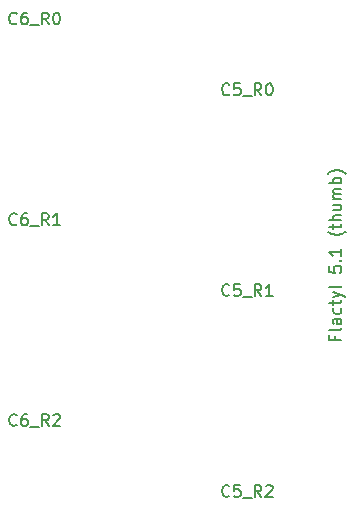
<source format=gbr>
%TF.GenerationSoftware,KiCad,Pcbnew,7.0.6-0*%
%TF.CreationDate,2023-08-01T13:24:21+08:00*%
%TF.ProjectId,thumb,7468756d-622e-46b6-9963-61645f706362,v1.0.0*%
%TF.SameCoordinates,Original*%
%TF.FileFunction,Legend,Top*%
%TF.FilePolarity,Positive*%
%FSLAX46Y46*%
G04 Gerber Fmt 4.6, Leading zero omitted, Abs format (unit mm)*
G04 Created by KiCad (PCBNEW 7.0.6-0) date 2023-08-01 13:24:21*
%MOMM*%
%LPD*%
G01*
G04 APERTURE LIST*
%ADD10C,0.150000*%
G04 APERTURE END LIST*
D10*
X25431009Y10142855D02*
X25431009Y9809522D01*
X25954819Y9809522D02*
X24954819Y9809522D01*
X24954819Y9809522D02*
X24954819Y10285712D01*
X25954819Y10809522D02*
X25907200Y10714284D01*
X25907200Y10714284D02*
X25811961Y10666665D01*
X25811961Y10666665D02*
X24954819Y10666665D01*
X25954819Y11619046D02*
X25431009Y11619046D01*
X25431009Y11619046D02*
X25335771Y11571427D01*
X25335771Y11571427D02*
X25288152Y11476189D01*
X25288152Y11476189D02*
X25288152Y11285713D01*
X25288152Y11285713D02*
X25335771Y11190475D01*
X25907200Y11619046D02*
X25954819Y11523808D01*
X25954819Y11523808D02*
X25954819Y11285713D01*
X25954819Y11285713D02*
X25907200Y11190475D01*
X25907200Y11190475D02*
X25811961Y11142856D01*
X25811961Y11142856D02*
X25716723Y11142856D01*
X25716723Y11142856D02*
X25621485Y11190475D01*
X25621485Y11190475D02*
X25573866Y11285713D01*
X25573866Y11285713D02*
X25573866Y11523808D01*
X25573866Y11523808D02*
X25526247Y11619046D01*
X25907200Y12523808D02*
X25954819Y12428570D01*
X25954819Y12428570D02*
X25954819Y12238094D01*
X25954819Y12238094D02*
X25907200Y12142856D01*
X25907200Y12142856D02*
X25859580Y12095237D01*
X25859580Y12095237D02*
X25764342Y12047618D01*
X25764342Y12047618D02*
X25478628Y12047618D01*
X25478628Y12047618D02*
X25383390Y12095237D01*
X25383390Y12095237D02*
X25335771Y12142856D01*
X25335771Y12142856D02*
X25288152Y12238094D01*
X25288152Y12238094D02*
X25288152Y12428570D01*
X25288152Y12428570D02*
X25335771Y12523808D01*
X25288152Y12809523D02*
X25288152Y13190475D01*
X24954819Y12952380D02*
X25811961Y12952380D01*
X25811961Y12952380D02*
X25907200Y12999999D01*
X25907200Y12999999D02*
X25954819Y13095237D01*
X25954819Y13095237D02*
X25954819Y13190475D01*
X25288152Y13428571D02*
X25954819Y13666666D01*
X25288152Y13904761D02*
X25954819Y13666666D01*
X25954819Y13666666D02*
X26192914Y13571428D01*
X26192914Y13571428D02*
X26240533Y13523809D01*
X26240533Y13523809D02*
X26288152Y13428571D01*
X25954819Y14428571D02*
X25907200Y14333333D01*
X25907200Y14333333D02*
X25811961Y14285714D01*
X25811961Y14285714D02*
X24954819Y14285714D01*
X24954819Y16047619D02*
X24954819Y15571429D01*
X24954819Y15571429D02*
X25431009Y15523810D01*
X25431009Y15523810D02*
X25383390Y15571429D01*
X25383390Y15571429D02*
X25335771Y15666667D01*
X25335771Y15666667D02*
X25335771Y15904762D01*
X25335771Y15904762D02*
X25383390Y16000000D01*
X25383390Y16000000D02*
X25431009Y16047619D01*
X25431009Y16047619D02*
X25526247Y16095238D01*
X25526247Y16095238D02*
X25764342Y16095238D01*
X25764342Y16095238D02*
X25859580Y16047619D01*
X25859580Y16047619D02*
X25907200Y16000000D01*
X25907200Y16000000D02*
X25954819Y15904762D01*
X25954819Y15904762D02*
X25954819Y15666667D01*
X25954819Y15666667D02*
X25907200Y15571429D01*
X25907200Y15571429D02*
X25859580Y15523810D01*
X25859580Y16523810D02*
X25907200Y16571429D01*
X25907200Y16571429D02*
X25954819Y16523810D01*
X25954819Y16523810D02*
X25907200Y16476191D01*
X25907200Y16476191D02*
X25859580Y16523810D01*
X25859580Y16523810D02*
X25954819Y16523810D01*
X25954819Y17523809D02*
X25954819Y16952381D01*
X25954819Y17238095D02*
X24954819Y17238095D01*
X24954819Y17238095D02*
X25097676Y17142857D01*
X25097676Y17142857D02*
X25192914Y17047619D01*
X25192914Y17047619D02*
X25240533Y16952381D01*
X26335771Y19000000D02*
X26288152Y18952381D01*
X26288152Y18952381D02*
X26145295Y18857143D01*
X26145295Y18857143D02*
X26050057Y18809524D01*
X26050057Y18809524D02*
X25907200Y18761905D01*
X25907200Y18761905D02*
X25669104Y18714286D01*
X25669104Y18714286D02*
X25478628Y18714286D01*
X25478628Y18714286D02*
X25240533Y18761905D01*
X25240533Y18761905D02*
X25097676Y18809524D01*
X25097676Y18809524D02*
X25002438Y18857143D01*
X25002438Y18857143D02*
X24859580Y18952381D01*
X24859580Y18952381D02*
X24811961Y19000000D01*
X25288152Y19238096D02*
X25288152Y19619048D01*
X24954819Y19380953D02*
X25811961Y19380953D01*
X25811961Y19380953D02*
X25907200Y19428572D01*
X25907200Y19428572D02*
X25954819Y19523810D01*
X25954819Y19523810D02*
X25954819Y19619048D01*
X25954819Y19952382D02*
X24954819Y19952382D01*
X25954819Y20380953D02*
X25431009Y20380953D01*
X25431009Y20380953D02*
X25335771Y20333334D01*
X25335771Y20333334D02*
X25288152Y20238096D01*
X25288152Y20238096D02*
X25288152Y20095239D01*
X25288152Y20095239D02*
X25335771Y20000001D01*
X25335771Y20000001D02*
X25383390Y19952382D01*
X25288152Y21285715D02*
X25954819Y21285715D01*
X25288152Y20857144D02*
X25811961Y20857144D01*
X25811961Y20857144D02*
X25907200Y20904763D01*
X25907200Y20904763D02*
X25954819Y21000001D01*
X25954819Y21000001D02*
X25954819Y21142858D01*
X25954819Y21142858D02*
X25907200Y21238096D01*
X25907200Y21238096D02*
X25859580Y21285715D01*
X25954819Y21761906D02*
X25288152Y21761906D01*
X25383390Y21761906D02*
X25335771Y21809525D01*
X25335771Y21809525D02*
X25288152Y21904763D01*
X25288152Y21904763D02*
X25288152Y22047620D01*
X25288152Y22047620D02*
X25335771Y22142858D01*
X25335771Y22142858D02*
X25431009Y22190477D01*
X25431009Y22190477D02*
X25954819Y22190477D01*
X25431009Y22190477D02*
X25335771Y22238096D01*
X25335771Y22238096D02*
X25288152Y22333334D01*
X25288152Y22333334D02*
X25288152Y22476191D01*
X25288152Y22476191D02*
X25335771Y22571430D01*
X25335771Y22571430D02*
X25431009Y22619049D01*
X25431009Y22619049D02*
X25954819Y22619049D01*
X25954819Y23095239D02*
X24954819Y23095239D01*
X25335771Y23095239D02*
X25288152Y23190477D01*
X25288152Y23190477D02*
X25288152Y23380953D01*
X25288152Y23380953D02*
X25335771Y23476191D01*
X25335771Y23476191D02*
X25383390Y23523810D01*
X25383390Y23523810D02*
X25478628Y23571429D01*
X25478628Y23571429D02*
X25764342Y23571429D01*
X25764342Y23571429D02*
X25859580Y23523810D01*
X25859580Y23523810D02*
X25907200Y23476191D01*
X25907200Y23476191D02*
X25954819Y23380953D01*
X25954819Y23380953D02*
X25954819Y23190477D01*
X25954819Y23190477D02*
X25907200Y23095239D01*
X26335771Y23904763D02*
X26288152Y23952382D01*
X26288152Y23952382D02*
X26145295Y24047620D01*
X26145295Y24047620D02*
X26050057Y24095239D01*
X26050057Y24095239D02*
X25907200Y24142858D01*
X25907200Y24142858D02*
X25669104Y24190477D01*
X25669104Y24190477D02*
X25478628Y24190477D01*
X25478628Y24190477D02*
X25240533Y24142858D01*
X25240533Y24142858D02*
X25097676Y24095239D01*
X25097676Y24095239D02*
X25002438Y24047620D01*
X25002438Y24047620D02*
X24859580Y23952382D01*
X24859580Y23952382D02*
X24811961Y23904763D01*
X16476190Y30640419D02*
X16428571Y30592800D01*
X16428571Y30592800D02*
X16285714Y30545180D01*
X16285714Y30545180D02*
X16190476Y30545180D01*
X16190476Y30545180D02*
X16047619Y30592800D01*
X16047619Y30592800D02*
X15952381Y30688038D01*
X15952381Y30688038D02*
X15904762Y30783276D01*
X15904762Y30783276D02*
X15857143Y30973752D01*
X15857143Y30973752D02*
X15857143Y31116609D01*
X15857143Y31116609D02*
X15904762Y31307085D01*
X15904762Y31307085D02*
X15952381Y31402323D01*
X15952381Y31402323D02*
X16047619Y31497561D01*
X16047619Y31497561D02*
X16190476Y31545180D01*
X16190476Y31545180D02*
X16285714Y31545180D01*
X16285714Y31545180D02*
X16428571Y31497561D01*
X16428571Y31497561D02*
X16476190Y31449942D01*
X17380952Y31545180D02*
X16904762Y31545180D01*
X16904762Y31545180D02*
X16857143Y31068990D01*
X16857143Y31068990D02*
X16904762Y31116609D01*
X16904762Y31116609D02*
X17000000Y31164228D01*
X17000000Y31164228D02*
X17238095Y31164228D01*
X17238095Y31164228D02*
X17333333Y31116609D01*
X17333333Y31116609D02*
X17380952Y31068990D01*
X17380952Y31068990D02*
X17428571Y30973752D01*
X17428571Y30973752D02*
X17428571Y30735657D01*
X17428571Y30735657D02*
X17380952Y30640419D01*
X17380952Y30640419D02*
X17333333Y30592800D01*
X17333333Y30592800D02*
X17238095Y30545180D01*
X17238095Y30545180D02*
X17000000Y30545180D01*
X17000000Y30545180D02*
X16904762Y30592800D01*
X16904762Y30592800D02*
X16857143Y30640419D01*
X17619048Y30449942D02*
X18380952Y30449942D01*
X19190476Y30545180D02*
X18857143Y31021371D01*
X18619048Y30545180D02*
X18619048Y31545180D01*
X18619048Y31545180D02*
X19000000Y31545180D01*
X19000000Y31545180D02*
X19095238Y31497561D01*
X19095238Y31497561D02*
X19142857Y31449942D01*
X19142857Y31449942D02*
X19190476Y31354704D01*
X19190476Y31354704D02*
X19190476Y31211847D01*
X19190476Y31211847D02*
X19142857Y31116609D01*
X19142857Y31116609D02*
X19095238Y31068990D01*
X19095238Y31068990D02*
X19000000Y31021371D01*
X19000000Y31021371D02*
X18619048Y31021371D01*
X19809524Y31545180D02*
X19904762Y31545180D01*
X19904762Y31545180D02*
X20000000Y31497561D01*
X20000000Y31497561D02*
X20047619Y31449942D01*
X20047619Y31449942D02*
X20095238Y31354704D01*
X20095238Y31354704D02*
X20142857Y31164228D01*
X20142857Y31164228D02*
X20142857Y30926133D01*
X20142857Y30926133D02*
X20095238Y30735657D01*
X20095238Y30735657D02*
X20047619Y30640419D01*
X20047619Y30640419D02*
X20000000Y30592800D01*
X20000000Y30592800D02*
X19904762Y30545180D01*
X19904762Y30545180D02*
X19809524Y30545180D01*
X19809524Y30545180D02*
X19714286Y30592800D01*
X19714286Y30592800D02*
X19666667Y30640419D01*
X19666667Y30640419D02*
X19619048Y30735657D01*
X19619048Y30735657D02*
X19571429Y30926133D01*
X19571429Y30926133D02*
X19571429Y31164228D01*
X19571429Y31164228D02*
X19619048Y31354704D01*
X19619048Y31354704D02*
X19666667Y31449942D01*
X19666667Y31449942D02*
X19714286Y31497561D01*
X19714286Y31497561D02*
X19809524Y31545180D01*
X16476190Y13640419D02*
X16428571Y13592800D01*
X16428571Y13592800D02*
X16285714Y13545180D01*
X16285714Y13545180D02*
X16190476Y13545180D01*
X16190476Y13545180D02*
X16047619Y13592800D01*
X16047619Y13592800D02*
X15952381Y13688038D01*
X15952381Y13688038D02*
X15904762Y13783276D01*
X15904762Y13783276D02*
X15857143Y13973752D01*
X15857143Y13973752D02*
X15857143Y14116609D01*
X15857143Y14116609D02*
X15904762Y14307085D01*
X15904762Y14307085D02*
X15952381Y14402323D01*
X15952381Y14402323D02*
X16047619Y14497561D01*
X16047619Y14497561D02*
X16190476Y14545180D01*
X16190476Y14545180D02*
X16285714Y14545180D01*
X16285714Y14545180D02*
X16428571Y14497561D01*
X16428571Y14497561D02*
X16476190Y14449942D01*
X17380952Y14545180D02*
X16904762Y14545180D01*
X16904762Y14545180D02*
X16857143Y14068990D01*
X16857143Y14068990D02*
X16904762Y14116609D01*
X16904762Y14116609D02*
X17000000Y14164228D01*
X17000000Y14164228D02*
X17238095Y14164228D01*
X17238095Y14164228D02*
X17333333Y14116609D01*
X17333333Y14116609D02*
X17380952Y14068990D01*
X17380952Y14068990D02*
X17428571Y13973752D01*
X17428571Y13973752D02*
X17428571Y13735657D01*
X17428571Y13735657D02*
X17380952Y13640419D01*
X17380952Y13640419D02*
X17333333Y13592800D01*
X17333333Y13592800D02*
X17238095Y13545180D01*
X17238095Y13545180D02*
X17000000Y13545180D01*
X17000000Y13545180D02*
X16904762Y13592800D01*
X16904762Y13592800D02*
X16857143Y13640419D01*
X17619048Y13449942D02*
X18380952Y13449942D01*
X19190476Y13545180D02*
X18857143Y14021371D01*
X18619048Y13545180D02*
X18619048Y14545180D01*
X18619048Y14545180D02*
X19000000Y14545180D01*
X19000000Y14545180D02*
X19095238Y14497561D01*
X19095238Y14497561D02*
X19142857Y14449942D01*
X19142857Y14449942D02*
X19190476Y14354704D01*
X19190476Y14354704D02*
X19190476Y14211847D01*
X19190476Y14211847D02*
X19142857Y14116609D01*
X19142857Y14116609D02*
X19095238Y14068990D01*
X19095238Y14068990D02*
X19000000Y14021371D01*
X19000000Y14021371D02*
X18619048Y14021371D01*
X20142857Y13545180D02*
X19571429Y13545180D01*
X19857143Y13545180D02*
X19857143Y14545180D01*
X19857143Y14545180D02*
X19761905Y14402323D01*
X19761905Y14402323D02*
X19666667Y14307085D01*
X19666667Y14307085D02*
X19571429Y14259466D01*
X16476190Y-3359580D02*
X16428571Y-3407200D01*
X16428571Y-3407200D02*
X16285714Y-3454819D01*
X16285714Y-3454819D02*
X16190476Y-3454819D01*
X16190476Y-3454819D02*
X16047619Y-3407200D01*
X16047619Y-3407200D02*
X15952381Y-3311961D01*
X15952381Y-3311961D02*
X15904762Y-3216723D01*
X15904762Y-3216723D02*
X15857143Y-3026247D01*
X15857143Y-3026247D02*
X15857143Y-2883390D01*
X15857143Y-2883390D02*
X15904762Y-2692914D01*
X15904762Y-2692914D02*
X15952381Y-2597676D01*
X15952381Y-2597676D02*
X16047619Y-2502438D01*
X16047619Y-2502438D02*
X16190476Y-2454819D01*
X16190476Y-2454819D02*
X16285714Y-2454819D01*
X16285714Y-2454819D02*
X16428571Y-2502438D01*
X16428571Y-2502438D02*
X16476190Y-2550057D01*
X17380952Y-2454819D02*
X16904762Y-2454819D01*
X16904762Y-2454819D02*
X16857143Y-2931009D01*
X16857143Y-2931009D02*
X16904762Y-2883390D01*
X16904762Y-2883390D02*
X17000000Y-2835771D01*
X17000000Y-2835771D02*
X17238095Y-2835771D01*
X17238095Y-2835771D02*
X17333333Y-2883390D01*
X17333333Y-2883390D02*
X17380952Y-2931009D01*
X17380952Y-2931009D02*
X17428571Y-3026247D01*
X17428571Y-3026247D02*
X17428571Y-3264342D01*
X17428571Y-3264342D02*
X17380952Y-3359580D01*
X17380952Y-3359580D02*
X17333333Y-3407200D01*
X17333333Y-3407200D02*
X17238095Y-3454819D01*
X17238095Y-3454819D02*
X17000000Y-3454819D01*
X17000000Y-3454819D02*
X16904762Y-3407200D01*
X16904762Y-3407200D02*
X16857143Y-3359580D01*
X17619048Y-3550057D02*
X18380952Y-3550057D01*
X19190476Y-3454819D02*
X18857143Y-2978628D01*
X18619048Y-3454819D02*
X18619048Y-2454819D01*
X18619048Y-2454819D02*
X19000000Y-2454819D01*
X19000000Y-2454819D02*
X19095238Y-2502438D01*
X19095238Y-2502438D02*
X19142857Y-2550057D01*
X19142857Y-2550057D02*
X19190476Y-2645295D01*
X19190476Y-2645295D02*
X19190476Y-2788152D01*
X19190476Y-2788152D02*
X19142857Y-2883390D01*
X19142857Y-2883390D02*
X19095238Y-2931009D01*
X19095238Y-2931009D02*
X19000000Y-2978628D01*
X19000000Y-2978628D02*
X18619048Y-2978628D01*
X19571429Y-2550057D02*
X19619048Y-2502438D01*
X19619048Y-2502438D02*
X19714286Y-2454819D01*
X19714286Y-2454819D02*
X19952381Y-2454819D01*
X19952381Y-2454819D02*
X20047619Y-2502438D01*
X20047619Y-2502438D02*
X20095238Y-2550057D01*
X20095238Y-2550057D02*
X20142857Y-2645295D01*
X20142857Y-2645295D02*
X20142857Y-2740533D01*
X20142857Y-2740533D02*
X20095238Y-2883390D01*
X20095238Y-2883390D02*
X19523810Y-3454819D01*
X19523810Y-3454819D02*
X20142857Y-3454819D01*
X-1523809Y36640419D02*
X-1571428Y36592800D01*
X-1571428Y36592800D02*
X-1714285Y36545180D01*
X-1714285Y36545180D02*
X-1809523Y36545180D01*
X-1809523Y36545180D02*
X-1952380Y36592800D01*
X-1952380Y36592800D02*
X-2047618Y36688038D01*
X-2047618Y36688038D02*
X-2095237Y36783276D01*
X-2095237Y36783276D02*
X-2142856Y36973752D01*
X-2142856Y36973752D02*
X-2142856Y37116609D01*
X-2142856Y37116609D02*
X-2095237Y37307085D01*
X-2095237Y37307085D02*
X-2047618Y37402323D01*
X-2047618Y37402323D02*
X-1952380Y37497561D01*
X-1952380Y37497561D02*
X-1809523Y37545180D01*
X-1809523Y37545180D02*
X-1714285Y37545180D01*
X-1714285Y37545180D02*
X-1571428Y37497561D01*
X-1571428Y37497561D02*
X-1523809Y37449942D01*
X-666666Y37545180D02*
X-857142Y37545180D01*
X-857142Y37545180D02*
X-952380Y37497561D01*
X-952380Y37497561D02*
X-999999Y37449942D01*
X-999999Y37449942D02*
X-1095237Y37307085D01*
X-1095237Y37307085D02*
X-1142856Y37116609D01*
X-1142856Y37116609D02*
X-1142856Y36735657D01*
X-1142856Y36735657D02*
X-1095237Y36640419D01*
X-1095237Y36640419D02*
X-1047618Y36592800D01*
X-1047618Y36592800D02*
X-952380Y36545180D01*
X-952380Y36545180D02*
X-761904Y36545180D01*
X-761904Y36545180D02*
X-666666Y36592800D01*
X-666666Y36592800D02*
X-619047Y36640419D01*
X-619047Y36640419D02*
X-571428Y36735657D01*
X-571428Y36735657D02*
X-571428Y36973752D01*
X-571428Y36973752D02*
X-619047Y37068990D01*
X-619047Y37068990D02*
X-666666Y37116609D01*
X-666666Y37116609D02*
X-761904Y37164228D01*
X-761904Y37164228D02*
X-952380Y37164228D01*
X-952380Y37164228D02*
X-1047618Y37116609D01*
X-1047618Y37116609D02*
X-1095237Y37068990D01*
X-1095237Y37068990D02*
X-1142856Y36973752D01*
X-380952Y36449942D02*
X380952Y36449942D01*
X1190476Y36545180D02*
X857143Y37021371D01*
X619048Y36545180D02*
X619048Y37545180D01*
X619048Y37545180D02*
X1000000Y37545180D01*
X1000000Y37545180D02*
X1095238Y37497561D01*
X1095238Y37497561D02*
X1142857Y37449942D01*
X1142857Y37449942D02*
X1190476Y37354704D01*
X1190476Y37354704D02*
X1190476Y37211847D01*
X1190476Y37211847D02*
X1142857Y37116609D01*
X1142857Y37116609D02*
X1095238Y37068990D01*
X1095238Y37068990D02*
X1000000Y37021371D01*
X1000000Y37021371D02*
X619048Y37021371D01*
X1809524Y37545180D02*
X1904762Y37545180D01*
X1904762Y37545180D02*
X2000000Y37497561D01*
X2000000Y37497561D02*
X2047619Y37449942D01*
X2047619Y37449942D02*
X2095238Y37354704D01*
X2095238Y37354704D02*
X2142857Y37164228D01*
X2142857Y37164228D02*
X2142857Y36926133D01*
X2142857Y36926133D02*
X2095238Y36735657D01*
X2095238Y36735657D02*
X2047619Y36640419D01*
X2047619Y36640419D02*
X2000000Y36592800D01*
X2000000Y36592800D02*
X1904762Y36545180D01*
X1904762Y36545180D02*
X1809524Y36545180D01*
X1809524Y36545180D02*
X1714286Y36592800D01*
X1714286Y36592800D02*
X1666667Y36640419D01*
X1666667Y36640419D02*
X1619048Y36735657D01*
X1619048Y36735657D02*
X1571429Y36926133D01*
X1571429Y36926133D02*
X1571429Y37164228D01*
X1571429Y37164228D02*
X1619048Y37354704D01*
X1619048Y37354704D02*
X1666667Y37449942D01*
X1666667Y37449942D02*
X1714286Y37497561D01*
X1714286Y37497561D02*
X1809524Y37545180D01*
X-1523809Y19640419D02*
X-1571428Y19592800D01*
X-1571428Y19592800D02*
X-1714285Y19545180D01*
X-1714285Y19545180D02*
X-1809523Y19545180D01*
X-1809523Y19545180D02*
X-1952380Y19592800D01*
X-1952380Y19592800D02*
X-2047618Y19688038D01*
X-2047618Y19688038D02*
X-2095237Y19783276D01*
X-2095237Y19783276D02*
X-2142856Y19973752D01*
X-2142856Y19973752D02*
X-2142856Y20116609D01*
X-2142856Y20116609D02*
X-2095237Y20307085D01*
X-2095237Y20307085D02*
X-2047618Y20402323D01*
X-2047618Y20402323D02*
X-1952380Y20497561D01*
X-1952380Y20497561D02*
X-1809523Y20545180D01*
X-1809523Y20545180D02*
X-1714285Y20545180D01*
X-1714285Y20545180D02*
X-1571428Y20497561D01*
X-1571428Y20497561D02*
X-1523809Y20449942D01*
X-666666Y20545180D02*
X-857142Y20545180D01*
X-857142Y20545180D02*
X-952380Y20497561D01*
X-952380Y20497561D02*
X-999999Y20449942D01*
X-999999Y20449942D02*
X-1095237Y20307085D01*
X-1095237Y20307085D02*
X-1142856Y20116609D01*
X-1142856Y20116609D02*
X-1142856Y19735657D01*
X-1142856Y19735657D02*
X-1095237Y19640419D01*
X-1095237Y19640419D02*
X-1047618Y19592800D01*
X-1047618Y19592800D02*
X-952380Y19545180D01*
X-952380Y19545180D02*
X-761904Y19545180D01*
X-761904Y19545180D02*
X-666666Y19592800D01*
X-666666Y19592800D02*
X-619047Y19640419D01*
X-619047Y19640419D02*
X-571428Y19735657D01*
X-571428Y19735657D02*
X-571428Y19973752D01*
X-571428Y19973752D02*
X-619047Y20068990D01*
X-619047Y20068990D02*
X-666666Y20116609D01*
X-666666Y20116609D02*
X-761904Y20164228D01*
X-761904Y20164228D02*
X-952380Y20164228D01*
X-952380Y20164228D02*
X-1047618Y20116609D01*
X-1047618Y20116609D02*
X-1095237Y20068990D01*
X-1095237Y20068990D02*
X-1142856Y19973752D01*
X-380952Y19449942D02*
X380952Y19449942D01*
X1190476Y19545180D02*
X857143Y20021371D01*
X619048Y19545180D02*
X619048Y20545180D01*
X619048Y20545180D02*
X1000000Y20545180D01*
X1000000Y20545180D02*
X1095238Y20497561D01*
X1095238Y20497561D02*
X1142857Y20449942D01*
X1142857Y20449942D02*
X1190476Y20354704D01*
X1190476Y20354704D02*
X1190476Y20211847D01*
X1190476Y20211847D02*
X1142857Y20116609D01*
X1142857Y20116609D02*
X1095238Y20068990D01*
X1095238Y20068990D02*
X1000000Y20021371D01*
X1000000Y20021371D02*
X619048Y20021371D01*
X2142857Y19545180D02*
X1571429Y19545180D01*
X1857143Y19545180D02*
X1857143Y20545180D01*
X1857143Y20545180D02*
X1761905Y20402323D01*
X1761905Y20402323D02*
X1666667Y20307085D01*
X1666667Y20307085D02*
X1571429Y20259466D01*
X-1523809Y2640419D02*
X-1571428Y2592800D01*
X-1571428Y2592800D02*
X-1714285Y2545180D01*
X-1714285Y2545180D02*
X-1809523Y2545180D01*
X-1809523Y2545180D02*
X-1952380Y2592800D01*
X-1952380Y2592800D02*
X-2047618Y2688038D01*
X-2047618Y2688038D02*
X-2095237Y2783276D01*
X-2095237Y2783276D02*
X-2142856Y2973752D01*
X-2142856Y2973752D02*
X-2142856Y3116609D01*
X-2142856Y3116609D02*
X-2095237Y3307085D01*
X-2095237Y3307085D02*
X-2047618Y3402323D01*
X-2047618Y3402323D02*
X-1952380Y3497561D01*
X-1952380Y3497561D02*
X-1809523Y3545180D01*
X-1809523Y3545180D02*
X-1714285Y3545180D01*
X-1714285Y3545180D02*
X-1571428Y3497561D01*
X-1571428Y3497561D02*
X-1523809Y3449942D01*
X-666666Y3545180D02*
X-857142Y3545180D01*
X-857142Y3545180D02*
X-952380Y3497561D01*
X-952380Y3497561D02*
X-999999Y3449942D01*
X-999999Y3449942D02*
X-1095237Y3307085D01*
X-1095237Y3307085D02*
X-1142856Y3116609D01*
X-1142856Y3116609D02*
X-1142856Y2735657D01*
X-1142856Y2735657D02*
X-1095237Y2640419D01*
X-1095237Y2640419D02*
X-1047618Y2592800D01*
X-1047618Y2592800D02*
X-952380Y2545180D01*
X-952380Y2545180D02*
X-761904Y2545180D01*
X-761904Y2545180D02*
X-666666Y2592800D01*
X-666666Y2592800D02*
X-619047Y2640419D01*
X-619047Y2640419D02*
X-571428Y2735657D01*
X-571428Y2735657D02*
X-571428Y2973752D01*
X-571428Y2973752D02*
X-619047Y3068990D01*
X-619047Y3068990D02*
X-666666Y3116609D01*
X-666666Y3116609D02*
X-761904Y3164228D01*
X-761904Y3164228D02*
X-952380Y3164228D01*
X-952380Y3164228D02*
X-1047618Y3116609D01*
X-1047618Y3116609D02*
X-1095237Y3068990D01*
X-1095237Y3068990D02*
X-1142856Y2973752D01*
X-380952Y2449942D02*
X380952Y2449942D01*
X1190476Y2545180D02*
X857143Y3021371D01*
X619048Y2545180D02*
X619048Y3545180D01*
X619048Y3545180D02*
X1000000Y3545180D01*
X1000000Y3545180D02*
X1095238Y3497561D01*
X1095238Y3497561D02*
X1142857Y3449942D01*
X1142857Y3449942D02*
X1190476Y3354704D01*
X1190476Y3354704D02*
X1190476Y3211847D01*
X1190476Y3211847D02*
X1142857Y3116609D01*
X1142857Y3116609D02*
X1095238Y3068990D01*
X1095238Y3068990D02*
X1000000Y3021371D01*
X1000000Y3021371D02*
X619048Y3021371D01*
X1571429Y3449942D02*
X1619048Y3497561D01*
X1619048Y3497561D02*
X1714286Y3545180D01*
X1714286Y3545180D02*
X1952381Y3545180D01*
X1952381Y3545180D02*
X2047619Y3497561D01*
X2047619Y3497561D02*
X2095238Y3449942D01*
X2095238Y3449942D02*
X2142857Y3354704D01*
X2142857Y3354704D02*
X2142857Y3259466D01*
X2142857Y3259466D02*
X2095238Y3116609D01*
X2095238Y3116609D02*
X1523810Y2545180D01*
X1523810Y2545180D02*
X2142857Y2545180D01*
M02*

</source>
